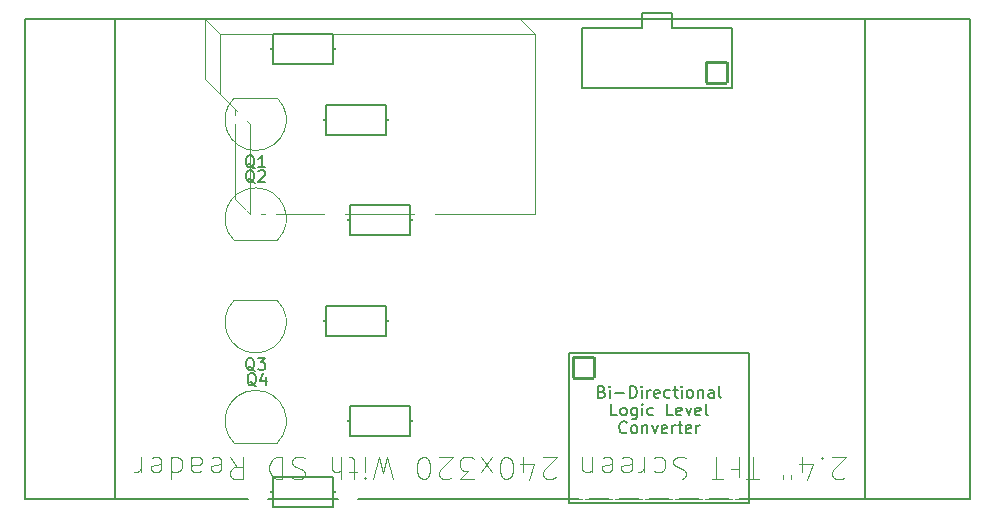
<source format=gbr>
%TF.GenerationSoftware,KiCad,Pcbnew,8.0.3*%
%TF.CreationDate,2024-06-27T19:26:25-06:00*%
%TF.ProjectId,Subsystem SPI Breakout v2,53756273-7973-4746-956d-205350492042,rev?*%
%TF.SameCoordinates,Original*%
%TF.FileFunction,Legend,Top*%
%TF.FilePolarity,Positive*%
%FSLAX46Y46*%
G04 Gerber Fmt 4.6, Leading zero omitted, Abs format (unit mm)*
G04 Created by KiCad (PCBNEW 8.0.3) date 2024-06-27 19:26:25*
%MOMM*%
%LPD*%
G01*
G04 APERTURE LIST*
G04 Aperture macros list*
%AMRoundRect*
0 Rectangle with rounded corners*
0 $1 Rounding radius*
0 $2 $3 $4 $5 $6 $7 $8 $9 X,Y pos of 4 corners*
0 Add a 4 corners polygon primitive as box body*
4,1,4,$2,$3,$4,$5,$6,$7,$8,$9,$2,$3,0*
0 Add four circle primitives for the rounded corners*
1,1,$1+$1,$2,$3*
1,1,$1+$1,$4,$5*
1,1,$1+$1,$6,$7*
1,1,$1+$1,$8,$9*
0 Add four rect primitives between the rounded corners*
20,1,$1+$1,$2,$3,$4,$5,0*
20,1,$1+$1,$4,$5,$6,$7,0*
20,1,$1+$1,$6,$7,$8,$9,0*
20,1,$1+$1,$8,$9,$2,$3,0*%
G04 Aperture macros list end*
%ADD10C,0.100000*%
%ADD11C,0.150000*%
%ADD12C,0.200000*%
%ADD13C,0.127000*%
%ADD14C,0.120000*%
%ADD15C,2.794000*%
%ADD16R,1.524000X1.524000*%
%ADD17C,1.524000*%
%ADD18C,1.982000*%
%ADD19R,1.050000X1.500000*%
%ADD20O,1.050000X1.500000*%
%ADD21RoundRect,0.102000X-0.889000X-0.889000X0.889000X-0.889000X0.889000X0.889000X-0.889000X0.889000X0*%
%ADD22RoundRect,0.102000X0.889000X0.889000X-0.889000X0.889000X-0.889000X-0.889000X0.889000X-0.889000X0*%
G04 APERTURE END LIST*
D10*
X159881353Y-91251907D02*
X159790639Y-91342621D01*
X159790639Y-91342621D02*
X159609211Y-91433335D01*
X159609211Y-91433335D02*
X159155639Y-91433335D01*
X159155639Y-91433335D02*
X158974211Y-91342621D01*
X158974211Y-91342621D02*
X158883496Y-91251907D01*
X158883496Y-91251907D02*
X158792782Y-91070478D01*
X158792782Y-91070478D02*
X158792782Y-90889050D01*
X158792782Y-90889050D02*
X158883496Y-90616907D01*
X158883496Y-90616907D02*
X159972068Y-89528335D01*
X159972068Y-89528335D02*
X158792782Y-89528335D01*
X157976353Y-89709764D02*
X157885639Y-89619050D01*
X157885639Y-89619050D02*
X157976353Y-89528335D01*
X157976353Y-89528335D02*
X158067067Y-89619050D01*
X158067067Y-89619050D02*
X157976353Y-89709764D01*
X157976353Y-89709764D02*
X157976353Y-89528335D01*
X156252782Y-90798335D02*
X156252782Y-89528335D01*
X156706353Y-91524050D02*
X157159924Y-90163335D01*
X157159924Y-90163335D02*
X155980639Y-90163335D01*
X155345638Y-91433335D02*
X155345638Y-91070478D01*
X154619924Y-91433335D02*
X154619924Y-91070478D01*
X152624209Y-91433335D02*
X151535638Y-91433335D01*
X152079923Y-89528335D02*
X152079923Y-91433335D01*
X150265637Y-90526192D02*
X150900637Y-90526192D01*
X150900637Y-89528335D02*
X150900637Y-91433335D01*
X150900637Y-91433335D02*
X149993494Y-91433335D01*
X149539923Y-91433335D02*
X148451352Y-91433335D01*
X148995637Y-89528335D02*
X148995637Y-91433335D01*
X146455636Y-89619050D02*
X146183494Y-89528335D01*
X146183494Y-89528335D02*
X145729922Y-89528335D01*
X145729922Y-89528335D02*
X145548494Y-89619050D01*
X145548494Y-89619050D02*
X145457779Y-89709764D01*
X145457779Y-89709764D02*
X145367065Y-89891192D01*
X145367065Y-89891192D02*
X145367065Y-90072621D01*
X145367065Y-90072621D02*
X145457779Y-90254050D01*
X145457779Y-90254050D02*
X145548494Y-90344764D01*
X145548494Y-90344764D02*
X145729922Y-90435478D01*
X145729922Y-90435478D02*
X146092779Y-90526192D01*
X146092779Y-90526192D02*
X146274208Y-90616907D01*
X146274208Y-90616907D02*
X146364922Y-90707621D01*
X146364922Y-90707621D02*
X146455636Y-90889050D01*
X146455636Y-90889050D02*
X146455636Y-91070478D01*
X146455636Y-91070478D02*
X146364922Y-91251907D01*
X146364922Y-91251907D02*
X146274208Y-91342621D01*
X146274208Y-91342621D02*
X146092779Y-91433335D01*
X146092779Y-91433335D02*
X145639208Y-91433335D01*
X145639208Y-91433335D02*
X145367065Y-91342621D01*
X143734208Y-89619050D02*
X143915636Y-89528335D01*
X143915636Y-89528335D02*
X144278493Y-89528335D01*
X144278493Y-89528335D02*
X144459922Y-89619050D01*
X144459922Y-89619050D02*
X144550636Y-89709764D01*
X144550636Y-89709764D02*
X144641350Y-89891192D01*
X144641350Y-89891192D02*
X144641350Y-90435478D01*
X144641350Y-90435478D02*
X144550636Y-90616907D01*
X144550636Y-90616907D02*
X144459922Y-90707621D01*
X144459922Y-90707621D02*
X144278493Y-90798335D01*
X144278493Y-90798335D02*
X143915636Y-90798335D01*
X143915636Y-90798335D02*
X143734208Y-90707621D01*
X142917779Y-89528335D02*
X142917779Y-90798335D01*
X142917779Y-90435478D02*
X142827065Y-90616907D01*
X142827065Y-90616907D02*
X142736351Y-90707621D01*
X142736351Y-90707621D02*
X142554922Y-90798335D01*
X142554922Y-90798335D02*
X142373493Y-90798335D01*
X141012779Y-89619050D02*
X141194207Y-89528335D01*
X141194207Y-89528335D02*
X141557065Y-89528335D01*
X141557065Y-89528335D02*
X141738493Y-89619050D01*
X141738493Y-89619050D02*
X141829207Y-89800478D01*
X141829207Y-89800478D02*
X141829207Y-90526192D01*
X141829207Y-90526192D02*
X141738493Y-90707621D01*
X141738493Y-90707621D02*
X141557065Y-90798335D01*
X141557065Y-90798335D02*
X141194207Y-90798335D01*
X141194207Y-90798335D02*
X141012779Y-90707621D01*
X141012779Y-90707621D02*
X140922065Y-90526192D01*
X140922065Y-90526192D02*
X140922065Y-90344764D01*
X140922065Y-90344764D02*
X141829207Y-90163335D01*
X139379922Y-89619050D02*
X139561350Y-89528335D01*
X139561350Y-89528335D02*
X139924208Y-89528335D01*
X139924208Y-89528335D02*
X140105636Y-89619050D01*
X140105636Y-89619050D02*
X140196350Y-89800478D01*
X140196350Y-89800478D02*
X140196350Y-90526192D01*
X140196350Y-90526192D02*
X140105636Y-90707621D01*
X140105636Y-90707621D02*
X139924208Y-90798335D01*
X139924208Y-90798335D02*
X139561350Y-90798335D01*
X139561350Y-90798335D02*
X139379922Y-90707621D01*
X139379922Y-90707621D02*
X139289208Y-90526192D01*
X139289208Y-90526192D02*
X139289208Y-90344764D01*
X139289208Y-90344764D02*
X140196350Y-90163335D01*
X138472779Y-90798335D02*
X138472779Y-89528335D01*
X138472779Y-90616907D02*
X138382065Y-90707621D01*
X138382065Y-90707621D02*
X138200636Y-90798335D01*
X138200636Y-90798335D02*
X137928493Y-90798335D01*
X137928493Y-90798335D02*
X137747065Y-90707621D01*
X137747065Y-90707621D02*
X137656351Y-90526192D01*
X137656351Y-90526192D02*
X137656351Y-89528335D01*
X135388493Y-91251907D02*
X135297779Y-91342621D01*
X135297779Y-91342621D02*
X135116351Y-91433335D01*
X135116351Y-91433335D02*
X134662779Y-91433335D01*
X134662779Y-91433335D02*
X134481351Y-91342621D01*
X134481351Y-91342621D02*
X134390636Y-91251907D01*
X134390636Y-91251907D02*
X134299922Y-91070478D01*
X134299922Y-91070478D02*
X134299922Y-90889050D01*
X134299922Y-90889050D02*
X134390636Y-90616907D01*
X134390636Y-90616907D02*
X135479208Y-89528335D01*
X135479208Y-89528335D02*
X134299922Y-89528335D01*
X132667065Y-90798335D02*
X132667065Y-89528335D01*
X133120636Y-91524050D02*
X133574207Y-90163335D01*
X133574207Y-90163335D02*
X132394922Y-90163335D01*
X131306350Y-91433335D02*
X131124921Y-91433335D01*
X131124921Y-91433335D02*
X130943493Y-91342621D01*
X130943493Y-91342621D02*
X130852779Y-91251907D01*
X130852779Y-91251907D02*
X130762064Y-91070478D01*
X130762064Y-91070478D02*
X130671350Y-90707621D01*
X130671350Y-90707621D02*
X130671350Y-90254050D01*
X130671350Y-90254050D02*
X130762064Y-89891192D01*
X130762064Y-89891192D02*
X130852779Y-89709764D01*
X130852779Y-89709764D02*
X130943493Y-89619050D01*
X130943493Y-89619050D02*
X131124921Y-89528335D01*
X131124921Y-89528335D02*
X131306350Y-89528335D01*
X131306350Y-89528335D02*
X131487779Y-89619050D01*
X131487779Y-89619050D02*
X131578493Y-89709764D01*
X131578493Y-89709764D02*
X131669207Y-89891192D01*
X131669207Y-89891192D02*
X131759921Y-90254050D01*
X131759921Y-90254050D02*
X131759921Y-90707621D01*
X131759921Y-90707621D02*
X131669207Y-91070478D01*
X131669207Y-91070478D02*
X131578493Y-91251907D01*
X131578493Y-91251907D02*
X131487779Y-91342621D01*
X131487779Y-91342621D02*
X131306350Y-91433335D01*
X130036350Y-89528335D02*
X129038493Y-90798335D01*
X130036350Y-90798335D02*
X129038493Y-89528335D01*
X128494207Y-91433335D02*
X127314921Y-91433335D01*
X127314921Y-91433335D02*
X127949921Y-90707621D01*
X127949921Y-90707621D02*
X127677778Y-90707621D01*
X127677778Y-90707621D02*
X127496350Y-90616907D01*
X127496350Y-90616907D02*
X127405635Y-90526192D01*
X127405635Y-90526192D02*
X127314921Y-90344764D01*
X127314921Y-90344764D02*
X127314921Y-89891192D01*
X127314921Y-89891192D02*
X127405635Y-89709764D01*
X127405635Y-89709764D02*
X127496350Y-89619050D01*
X127496350Y-89619050D02*
X127677778Y-89528335D01*
X127677778Y-89528335D02*
X128222064Y-89528335D01*
X128222064Y-89528335D02*
X128403492Y-89619050D01*
X128403492Y-89619050D02*
X128494207Y-89709764D01*
X126589206Y-91251907D02*
X126498492Y-91342621D01*
X126498492Y-91342621D02*
X126317064Y-91433335D01*
X126317064Y-91433335D02*
X125863492Y-91433335D01*
X125863492Y-91433335D02*
X125682064Y-91342621D01*
X125682064Y-91342621D02*
X125591349Y-91251907D01*
X125591349Y-91251907D02*
X125500635Y-91070478D01*
X125500635Y-91070478D02*
X125500635Y-90889050D01*
X125500635Y-90889050D02*
X125591349Y-90616907D01*
X125591349Y-90616907D02*
X126679921Y-89528335D01*
X126679921Y-89528335D02*
X125500635Y-89528335D01*
X124321349Y-91433335D02*
X124139920Y-91433335D01*
X124139920Y-91433335D02*
X123958492Y-91342621D01*
X123958492Y-91342621D02*
X123867778Y-91251907D01*
X123867778Y-91251907D02*
X123777063Y-91070478D01*
X123777063Y-91070478D02*
X123686349Y-90707621D01*
X123686349Y-90707621D02*
X123686349Y-90254050D01*
X123686349Y-90254050D02*
X123777063Y-89891192D01*
X123777063Y-89891192D02*
X123867778Y-89709764D01*
X123867778Y-89709764D02*
X123958492Y-89619050D01*
X123958492Y-89619050D02*
X124139920Y-89528335D01*
X124139920Y-89528335D02*
X124321349Y-89528335D01*
X124321349Y-89528335D02*
X124502778Y-89619050D01*
X124502778Y-89619050D02*
X124593492Y-89709764D01*
X124593492Y-89709764D02*
X124684206Y-89891192D01*
X124684206Y-89891192D02*
X124774920Y-90254050D01*
X124774920Y-90254050D02*
X124774920Y-90707621D01*
X124774920Y-90707621D02*
X124684206Y-91070478D01*
X124684206Y-91070478D02*
X124593492Y-91251907D01*
X124593492Y-91251907D02*
X124502778Y-91342621D01*
X124502778Y-91342621D02*
X124321349Y-91433335D01*
X121599920Y-91433335D02*
X121146348Y-89528335D01*
X121146348Y-89528335D02*
X120783491Y-90889050D01*
X120783491Y-90889050D02*
X120420634Y-89528335D01*
X120420634Y-89528335D02*
X119967063Y-91433335D01*
X119241348Y-89528335D02*
X119241348Y-90798335D01*
X119241348Y-91433335D02*
X119332062Y-91342621D01*
X119332062Y-91342621D02*
X119241348Y-91251907D01*
X119241348Y-91251907D02*
X119150634Y-91342621D01*
X119150634Y-91342621D02*
X119241348Y-91433335D01*
X119241348Y-91433335D02*
X119241348Y-91251907D01*
X118606348Y-90798335D02*
X117880634Y-90798335D01*
X118334205Y-91433335D02*
X118334205Y-89800478D01*
X118334205Y-89800478D02*
X118243491Y-89619050D01*
X118243491Y-89619050D02*
X118062062Y-89528335D01*
X118062062Y-89528335D02*
X117880634Y-89528335D01*
X117245634Y-89528335D02*
X117245634Y-91433335D01*
X116429206Y-89528335D02*
X116429206Y-90526192D01*
X116429206Y-90526192D02*
X116519920Y-90707621D01*
X116519920Y-90707621D02*
X116701348Y-90798335D01*
X116701348Y-90798335D02*
X116973491Y-90798335D01*
X116973491Y-90798335D02*
X117154920Y-90707621D01*
X117154920Y-90707621D02*
X117245634Y-90616907D01*
X114161348Y-89619050D02*
X113889206Y-89528335D01*
X113889206Y-89528335D02*
X113435634Y-89528335D01*
X113435634Y-89528335D02*
X113254206Y-89619050D01*
X113254206Y-89619050D02*
X113163491Y-89709764D01*
X113163491Y-89709764D02*
X113072777Y-89891192D01*
X113072777Y-89891192D02*
X113072777Y-90072621D01*
X113072777Y-90072621D02*
X113163491Y-90254050D01*
X113163491Y-90254050D02*
X113254206Y-90344764D01*
X113254206Y-90344764D02*
X113435634Y-90435478D01*
X113435634Y-90435478D02*
X113798491Y-90526192D01*
X113798491Y-90526192D02*
X113979920Y-90616907D01*
X113979920Y-90616907D02*
X114070634Y-90707621D01*
X114070634Y-90707621D02*
X114161348Y-90889050D01*
X114161348Y-90889050D02*
X114161348Y-91070478D01*
X114161348Y-91070478D02*
X114070634Y-91251907D01*
X114070634Y-91251907D02*
X113979920Y-91342621D01*
X113979920Y-91342621D02*
X113798491Y-91433335D01*
X113798491Y-91433335D02*
X113344920Y-91433335D01*
X113344920Y-91433335D02*
X113072777Y-91342621D01*
X112256348Y-89528335D02*
X112256348Y-91433335D01*
X112256348Y-91433335D02*
X111802777Y-91433335D01*
X111802777Y-91433335D02*
X111530634Y-91342621D01*
X111530634Y-91342621D02*
X111349205Y-91161192D01*
X111349205Y-91161192D02*
X111258491Y-90979764D01*
X111258491Y-90979764D02*
X111167777Y-90616907D01*
X111167777Y-90616907D02*
X111167777Y-90344764D01*
X111167777Y-90344764D02*
X111258491Y-89981907D01*
X111258491Y-89981907D02*
X111349205Y-89800478D01*
X111349205Y-89800478D02*
X111530634Y-89619050D01*
X111530634Y-89619050D02*
X111802777Y-89528335D01*
X111802777Y-89528335D02*
X112256348Y-89528335D01*
X107811348Y-89528335D02*
X108446348Y-90435478D01*
X108899919Y-89528335D02*
X108899919Y-91433335D01*
X108899919Y-91433335D02*
X108174205Y-91433335D01*
X108174205Y-91433335D02*
X107992776Y-91342621D01*
X107992776Y-91342621D02*
X107902062Y-91251907D01*
X107902062Y-91251907D02*
X107811348Y-91070478D01*
X107811348Y-91070478D02*
X107811348Y-90798335D01*
X107811348Y-90798335D02*
X107902062Y-90616907D01*
X107902062Y-90616907D02*
X107992776Y-90526192D01*
X107992776Y-90526192D02*
X108174205Y-90435478D01*
X108174205Y-90435478D02*
X108899919Y-90435478D01*
X106269205Y-89619050D02*
X106450633Y-89528335D01*
X106450633Y-89528335D02*
X106813491Y-89528335D01*
X106813491Y-89528335D02*
X106994919Y-89619050D01*
X106994919Y-89619050D02*
X107085633Y-89800478D01*
X107085633Y-89800478D02*
X107085633Y-90526192D01*
X107085633Y-90526192D02*
X106994919Y-90707621D01*
X106994919Y-90707621D02*
X106813491Y-90798335D01*
X106813491Y-90798335D02*
X106450633Y-90798335D01*
X106450633Y-90798335D02*
X106269205Y-90707621D01*
X106269205Y-90707621D02*
X106178491Y-90526192D01*
X106178491Y-90526192D02*
X106178491Y-90344764D01*
X106178491Y-90344764D02*
X107085633Y-90163335D01*
X104545634Y-89528335D02*
X104545634Y-90526192D01*
X104545634Y-90526192D02*
X104636348Y-90707621D01*
X104636348Y-90707621D02*
X104817776Y-90798335D01*
X104817776Y-90798335D02*
X105180634Y-90798335D01*
X105180634Y-90798335D02*
X105362062Y-90707621D01*
X104545634Y-89619050D02*
X104727062Y-89528335D01*
X104727062Y-89528335D02*
X105180634Y-89528335D01*
X105180634Y-89528335D02*
X105362062Y-89619050D01*
X105362062Y-89619050D02*
X105452776Y-89800478D01*
X105452776Y-89800478D02*
X105452776Y-89981907D01*
X105452776Y-89981907D02*
X105362062Y-90163335D01*
X105362062Y-90163335D02*
X105180634Y-90254050D01*
X105180634Y-90254050D02*
X104727062Y-90254050D01*
X104727062Y-90254050D02*
X104545634Y-90344764D01*
X102822063Y-89528335D02*
X102822063Y-91433335D01*
X102822063Y-89619050D02*
X103003491Y-89528335D01*
X103003491Y-89528335D02*
X103366348Y-89528335D01*
X103366348Y-89528335D02*
X103547777Y-89619050D01*
X103547777Y-89619050D02*
X103638491Y-89709764D01*
X103638491Y-89709764D02*
X103729205Y-89891192D01*
X103729205Y-89891192D02*
X103729205Y-90435478D01*
X103729205Y-90435478D02*
X103638491Y-90616907D01*
X103638491Y-90616907D02*
X103547777Y-90707621D01*
X103547777Y-90707621D02*
X103366348Y-90798335D01*
X103366348Y-90798335D02*
X103003491Y-90798335D01*
X103003491Y-90798335D02*
X102822063Y-90707621D01*
X101189206Y-89619050D02*
X101370634Y-89528335D01*
X101370634Y-89528335D02*
X101733492Y-89528335D01*
X101733492Y-89528335D02*
X101914920Y-89619050D01*
X101914920Y-89619050D02*
X102005634Y-89800478D01*
X102005634Y-89800478D02*
X102005634Y-90526192D01*
X102005634Y-90526192D02*
X101914920Y-90707621D01*
X101914920Y-90707621D02*
X101733492Y-90798335D01*
X101733492Y-90798335D02*
X101370634Y-90798335D01*
X101370634Y-90798335D02*
X101189206Y-90707621D01*
X101189206Y-90707621D02*
X101098492Y-90526192D01*
X101098492Y-90526192D02*
X101098492Y-90344764D01*
X101098492Y-90344764D02*
X102005634Y-90163335D01*
X100282063Y-89528335D02*
X100282063Y-90798335D01*
X100282063Y-90435478D02*
X100191349Y-90616907D01*
X100191349Y-90616907D02*
X100100635Y-90707621D01*
X100100635Y-90707621D02*
X99919206Y-90798335D01*
X99919206Y-90798335D02*
X99737777Y-90798335D01*
D11*
X109904761Y-65110057D02*
X109809523Y-65062438D01*
X109809523Y-65062438D02*
X109714285Y-64967200D01*
X109714285Y-64967200D02*
X109571428Y-64824342D01*
X109571428Y-64824342D02*
X109476190Y-64776723D01*
X109476190Y-64776723D02*
X109380952Y-64776723D01*
X109428571Y-65014819D02*
X109333333Y-64967200D01*
X109333333Y-64967200D02*
X109238095Y-64871961D01*
X109238095Y-64871961D02*
X109190476Y-64681485D01*
X109190476Y-64681485D02*
X109190476Y-64348152D01*
X109190476Y-64348152D02*
X109238095Y-64157676D01*
X109238095Y-64157676D02*
X109333333Y-64062438D01*
X109333333Y-64062438D02*
X109428571Y-64014819D01*
X109428571Y-64014819D02*
X109619047Y-64014819D01*
X109619047Y-64014819D02*
X109714285Y-64062438D01*
X109714285Y-64062438D02*
X109809523Y-64157676D01*
X109809523Y-64157676D02*
X109857142Y-64348152D01*
X109857142Y-64348152D02*
X109857142Y-64681485D01*
X109857142Y-64681485D02*
X109809523Y-64871961D01*
X109809523Y-64871961D02*
X109714285Y-64967200D01*
X109714285Y-64967200D02*
X109619047Y-65014819D01*
X109619047Y-65014819D02*
X109428571Y-65014819D01*
X110809523Y-65014819D02*
X110238095Y-65014819D01*
X110523809Y-65014819D02*
X110523809Y-64014819D01*
X110523809Y-64014819D02*
X110428571Y-64157676D01*
X110428571Y-64157676D02*
X110333333Y-64252914D01*
X110333333Y-64252914D02*
X110238095Y-64300533D01*
X139316666Y-84011009D02*
X139459523Y-84058628D01*
X139459523Y-84058628D02*
X139507142Y-84106247D01*
X139507142Y-84106247D02*
X139554761Y-84201485D01*
X139554761Y-84201485D02*
X139554761Y-84344342D01*
X139554761Y-84344342D02*
X139507142Y-84439580D01*
X139507142Y-84439580D02*
X139459523Y-84487200D01*
X139459523Y-84487200D02*
X139364285Y-84534819D01*
X139364285Y-84534819D02*
X138983333Y-84534819D01*
X138983333Y-84534819D02*
X138983333Y-83534819D01*
X138983333Y-83534819D02*
X139316666Y-83534819D01*
X139316666Y-83534819D02*
X139411904Y-83582438D01*
X139411904Y-83582438D02*
X139459523Y-83630057D01*
X139459523Y-83630057D02*
X139507142Y-83725295D01*
X139507142Y-83725295D02*
X139507142Y-83820533D01*
X139507142Y-83820533D02*
X139459523Y-83915771D01*
X139459523Y-83915771D02*
X139411904Y-83963390D01*
X139411904Y-83963390D02*
X139316666Y-84011009D01*
X139316666Y-84011009D02*
X138983333Y-84011009D01*
X139983333Y-84534819D02*
X139983333Y-83868152D01*
X139983333Y-83534819D02*
X139935714Y-83582438D01*
X139935714Y-83582438D02*
X139983333Y-83630057D01*
X139983333Y-83630057D02*
X140030952Y-83582438D01*
X140030952Y-83582438D02*
X139983333Y-83534819D01*
X139983333Y-83534819D02*
X139983333Y-83630057D01*
X140459523Y-84153866D02*
X141221428Y-84153866D01*
X141697618Y-84534819D02*
X141697618Y-83534819D01*
X141697618Y-83534819D02*
X141935713Y-83534819D01*
X141935713Y-83534819D02*
X142078570Y-83582438D01*
X142078570Y-83582438D02*
X142173808Y-83677676D01*
X142173808Y-83677676D02*
X142221427Y-83772914D01*
X142221427Y-83772914D02*
X142269046Y-83963390D01*
X142269046Y-83963390D02*
X142269046Y-84106247D01*
X142269046Y-84106247D02*
X142221427Y-84296723D01*
X142221427Y-84296723D02*
X142173808Y-84391961D01*
X142173808Y-84391961D02*
X142078570Y-84487200D01*
X142078570Y-84487200D02*
X141935713Y-84534819D01*
X141935713Y-84534819D02*
X141697618Y-84534819D01*
X142697618Y-84534819D02*
X142697618Y-83868152D01*
X142697618Y-83534819D02*
X142649999Y-83582438D01*
X142649999Y-83582438D02*
X142697618Y-83630057D01*
X142697618Y-83630057D02*
X142745237Y-83582438D01*
X142745237Y-83582438D02*
X142697618Y-83534819D01*
X142697618Y-83534819D02*
X142697618Y-83630057D01*
X143173808Y-84534819D02*
X143173808Y-83868152D01*
X143173808Y-84058628D02*
X143221427Y-83963390D01*
X143221427Y-83963390D02*
X143269046Y-83915771D01*
X143269046Y-83915771D02*
X143364284Y-83868152D01*
X143364284Y-83868152D02*
X143459522Y-83868152D01*
X144173808Y-84487200D02*
X144078570Y-84534819D01*
X144078570Y-84534819D02*
X143888094Y-84534819D01*
X143888094Y-84534819D02*
X143792856Y-84487200D01*
X143792856Y-84487200D02*
X143745237Y-84391961D01*
X143745237Y-84391961D02*
X143745237Y-84011009D01*
X143745237Y-84011009D02*
X143792856Y-83915771D01*
X143792856Y-83915771D02*
X143888094Y-83868152D01*
X143888094Y-83868152D02*
X144078570Y-83868152D01*
X144078570Y-83868152D02*
X144173808Y-83915771D01*
X144173808Y-83915771D02*
X144221427Y-84011009D01*
X144221427Y-84011009D02*
X144221427Y-84106247D01*
X144221427Y-84106247D02*
X143745237Y-84201485D01*
X145078570Y-84487200D02*
X144983332Y-84534819D01*
X144983332Y-84534819D02*
X144792856Y-84534819D01*
X144792856Y-84534819D02*
X144697618Y-84487200D01*
X144697618Y-84487200D02*
X144649999Y-84439580D01*
X144649999Y-84439580D02*
X144602380Y-84344342D01*
X144602380Y-84344342D02*
X144602380Y-84058628D01*
X144602380Y-84058628D02*
X144649999Y-83963390D01*
X144649999Y-83963390D02*
X144697618Y-83915771D01*
X144697618Y-83915771D02*
X144792856Y-83868152D01*
X144792856Y-83868152D02*
X144983332Y-83868152D01*
X144983332Y-83868152D02*
X145078570Y-83915771D01*
X145364285Y-83868152D02*
X145745237Y-83868152D01*
X145507142Y-83534819D02*
X145507142Y-84391961D01*
X145507142Y-84391961D02*
X145554761Y-84487200D01*
X145554761Y-84487200D02*
X145649999Y-84534819D01*
X145649999Y-84534819D02*
X145745237Y-84534819D01*
X146078571Y-84534819D02*
X146078571Y-83868152D01*
X146078571Y-83534819D02*
X146030952Y-83582438D01*
X146030952Y-83582438D02*
X146078571Y-83630057D01*
X146078571Y-83630057D02*
X146126190Y-83582438D01*
X146126190Y-83582438D02*
X146078571Y-83534819D01*
X146078571Y-83534819D02*
X146078571Y-83630057D01*
X146697618Y-84534819D02*
X146602380Y-84487200D01*
X146602380Y-84487200D02*
X146554761Y-84439580D01*
X146554761Y-84439580D02*
X146507142Y-84344342D01*
X146507142Y-84344342D02*
X146507142Y-84058628D01*
X146507142Y-84058628D02*
X146554761Y-83963390D01*
X146554761Y-83963390D02*
X146602380Y-83915771D01*
X146602380Y-83915771D02*
X146697618Y-83868152D01*
X146697618Y-83868152D02*
X146840475Y-83868152D01*
X146840475Y-83868152D02*
X146935713Y-83915771D01*
X146935713Y-83915771D02*
X146983332Y-83963390D01*
X146983332Y-83963390D02*
X147030951Y-84058628D01*
X147030951Y-84058628D02*
X147030951Y-84344342D01*
X147030951Y-84344342D02*
X146983332Y-84439580D01*
X146983332Y-84439580D02*
X146935713Y-84487200D01*
X146935713Y-84487200D02*
X146840475Y-84534819D01*
X146840475Y-84534819D02*
X146697618Y-84534819D01*
X147459523Y-83868152D02*
X147459523Y-84534819D01*
X147459523Y-83963390D02*
X147507142Y-83915771D01*
X147507142Y-83915771D02*
X147602380Y-83868152D01*
X147602380Y-83868152D02*
X147745237Y-83868152D01*
X147745237Y-83868152D02*
X147840475Y-83915771D01*
X147840475Y-83915771D02*
X147888094Y-84011009D01*
X147888094Y-84011009D02*
X147888094Y-84534819D01*
X148792856Y-84534819D02*
X148792856Y-84011009D01*
X148792856Y-84011009D02*
X148745237Y-83915771D01*
X148745237Y-83915771D02*
X148649999Y-83868152D01*
X148649999Y-83868152D02*
X148459523Y-83868152D01*
X148459523Y-83868152D02*
X148364285Y-83915771D01*
X148792856Y-84487200D02*
X148697618Y-84534819D01*
X148697618Y-84534819D02*
X148459523Y-84534819D01*
X148459523Y-84534819D02*
X148364285Y-84487200D01*
X148364285Y-84487200D02*
X148316666Y-84391961D01*
X148316666Y-84391961D02*
X148316666Y-84296723D01*
X148316666Y-84296723D02*
X148364285Y-84201485D01*
X148364285Y-84201485D02*
X148459523Y-84153866D01*
X148459523Y-84153866D02*
X148697618Y-84153866D01*
X148697618Y-84153866D02*
X148792856Y-84106247D01*
X149411904Y-84534819D02*
X149316666Y-84487200D01*
X149316666Y-84487200D02*
X149269047Y-84391961D01*
X149269047Y-84391961D02*
X149269047Y-83534819D01*
X141411903Y-87439580D02*
X141364284Y-87487200D01*
X141364284Y-87487200D02*
X141221427Y-87534819D01*
X141221427Y-87534819D02*
X141126189Y-87534819D01*
X141126189Y-87534819D02*
X140983332Y-87487200D01*
X140983332Y-87487200D02*
X140888094Y-87391961D01*
X140888094Y-87391961D02*
X140840475Y-87296723D01*
X140840475Y-87296723D02*
X140792856Y-87106247D01*
X140792856Y-87106247D02*
X140792856Y-86963390D01*
X140792856Y-86963390D02*
X140840475Y-86772914D01*
X140840475Y-86772914D02*
X140888094Y-86677676D01*
X140888094Y-86677676D02*
X140983332Y-86582438D01*
X140983332Y-86582438D02*
X141126189Y-86534819D01*
X141126189Y-86534819D02*
X141221427Y-86534819D01*
X141221427Y-86534819D02*
X141364284Y-86582438D01*
X141364284Y-86582438D02*
X141411903Y-86630057D01*
X141983332Y-87534819D02*
X141888094Y-87487200D01*
X141888094Y-87487200D02*
X141840475Y-87439580D01*
X141840475Y-87439580D02*
X141792856Y-87344342D01*
X141792856Y-87344342D02*
X141792856Y-87058628D01*
X141792856Y-87058628D02*
X141840475Y-86963390D01*
X141840475Y-86963390D02*
X141888094Y-86915771D01*
X141888094Y-86915771D02*
X141983332Y-86868152D01*
X141983332Y-86868152D02*
X142126189Y-86868152D01*
X142126189Y-86868152D02*
X142221427Y-86915771D01*
X142221427Y-86915771D02*
X142269046Y-86963390D01*
X142269046Y-86963390D02*
X142316665Y-87058628D01*
X142316665Y-87058628D02*
X142316665Y-87344342D01*
X142316665Y-87344342D02*
X142269046Y-87439580D01*
X142269046Y-87439580D02*
X142221427Y-87487200D01*
X142221427Y-87487200D02*
X142126189Y-87534819D01*
X142126189Y-87534819D02*
X141983332Y-87534819D01*
X142745237Y-86868152D02*
X142745237Y-87534819D01*
X142745237Y-86963390D02*
X142792856Y-86915771D01*
X142792856Y-86915771D02*
X142888094Y-86868152D01*
X142888094Y-86868152D02*
X143030951Y-86868152D01*
X143030951Y-86868152D02*
X143126189Y-86915771D01*
X143126189Y-86915771D02*
X143173808Y-87011009D01*
X143173808Y-87011009D02*
X143173808Y-87534819D01*
X143554761Y-86868152D02*
X143792856Y-87534819D01*
X143792856Y-87534819D02*
X144030951Y-86868152D01*
X144792856Y-87487200D02*
X144697618Y-87534819D01*
X144697618Y-87534819D02*
X144507142Y-87534819D01*
X144507142Y-87534819D02*
X144411904Y-87487200D01*
X144411904Y-87487200D02*
X144364285Y-87391961D01*
X144364285Y-87391961D02*
X144364285Y-87011009D01*
X144364285Y-87011009D02*
X144411904Y-86915771D01*
X144411904Y-86915771D02*
X144507142Y-86868152D01*
X144507142Y-86868152D02*
X144697618Y-86868152D01*
X144697618Y-86868152D02*
X144792856Y-86915771D01*
X144792856Y-86915771D02*
X144840475Y-87011009D01*
X144840475Y-87011009D02*
X144840475Y-87106247D01*
X144840475Y-87106247D02*
X144364285Y-87201485D01*
X145269047Y-87534819D02*
X145269047Y-86868152D01*
X145269047Y-87058628D02*
X145316666Y-86963390D01*
X145316666Y-86963390D02*
X145364285Y-86915771D01*
X145364285Y-86915771D02*
X145459523Y-86868152D01*
X145459523Y-86868152D02*
X145554761Y-86868152D01*
X145745238Y-86868152D02*
X146126190Y-86868152D01*
X145888095Y-86534819D02*
X145888095Y-87391961D01*
X145888095Y-87391961D02*
X145935714Y-87487200D01*
X145935714Y-87487200D02*
X146030952Y-87534819D01*
X146030952Y-87534819D02*
X146126190Y-87534819D01*
X146840476Y-87487200D02*
X146745238Y-87534819D01*
X146745238Y-87534819D02*
X146554762Y-87534819D01*
X146554762Y-87534819D02*
X146459524Y-87487200D01*
X146459524Y-87487200D02*
X146411905Y-87391961D01*
X146411905Y-87391961D02*
X146411905Y-87011009D01*
X146411905Y-87011009D02*
X146459524Y-86915771D01*
X146459524Y-86915771D02*
X146554762Y-86868152D01*
X146554762Y-86868152D02*
X146745238Y-86868152D01*
X146745238Y-86868152D02*
X146840476Y-86915771D01*
X146840476Y-86915771D02*
X146888095Y-87011009D01*
X146888095Y-87011009D02*
X146888095Y-87106247D01*
X146888095Y-87106247D02*
X146411905Y-87201485D01*
X147316667Y-87534819D02*
X147316667Y-86868152D01*
X147316667Y-87058628D02*
X147364286Y-86963390D01*
X147364286Y-86963390D02*
X147411905Y-86915771D01*
X147411905Y-86915771D02*
X147507143Y-86868152D01*
X147507143Y-86868152D02*
X147602381Y-86868152D01*
X140602380Y-86034819D02*
X140126190Y-86034819D01*
X140126190Y-86034819D02*
X140126190Y-85034819D01*
X141078571Y-86034819D02*
X140983333Y-85987200D01*
X140983333Y-85987200D02*
X140935714Y-85939580D01*
X140935714Y-85939580D02*
X140888095Y-85844342D01*
X140888095Y-85844342D02*
X140888095Y-85558628D01*
X140888095Y-85558628D02*
X140935714Y-85463390D01*
X140935714Y-85463390D02*
X140983333Y-85415771D01*
X140983333Y-85415771D02*
X141078571Y-85368152D01*
X141078571Y-85368152D02*
X141221428Y-85368152D01*
X141221428Y-85368152D02*
X141316666Y-85415771D01*
X141316666Y-85415771D02*
X141364285Y-85463390D01*
X141364285Y-85463390D02*
X141411904Y-85558628D01*
X141411904Y-85558628D02*
X141411904Y-85844342D01*
X141411904Y-85844342D02*
X141364285Y-85939580D01*
X141364285Y-85939580D02*
X141316666Y-85987200D01*
X141316666Y-85987200D02*
X141221428Y-86034819D01*
X141221428Y-86034819D02*
X141078571Y-86034819D01*
X142269047Y-85368152D02*
X142269047Y-86177676D01*
X142269047Y-86177676D02*
X142221428Y-86272914D01*
X142221428Y-86272914D02*
X142173809Y-86320533D01*
X142173809Y-86320533D02*
X142078571Y-86368152D01*
X142078571Y-86368152D02*
X141935714Y-86368152D01*
X141935714Y-86368152D02*
X141840476Y-86320533D01*
X142269047Y-85987200D02*
X142173809Y-86034819D01*
X142173809Y-86034819D02*
X141983333Y-86034819D01*
X141983333Y-86034819D02*
X141888095Y-85987200D01*
X141888095Y-85987200D02*
X141840476Y-85939580D01*
X141840476Y-85939580D02*
X141792857Y-85844342D01*
X141792857Y-85844342D02*
X141792857Y-85558628D01*
X141792857Y-85558628D02*
X141840476Y-85463390D01*
X141840476Y-85463390D02*
X141888095Y-85415771D01*
X141888095Y-85415771D02*
X141983333Y-85368152D01*
X141983333Y-85368152D02*
X142173809Y-85368152D01*
X142173809Y-85368152D02*
X142269047Y-85415771D01*
X142745238Y-86034819D02*
X142745238Y-85368152D01*
X142745238Y-85034819D02*
X142697619Y-85082438D01*
X142697619Y-85082438D02*
X142745238Y-85130057D01*
X142745238Y-85130057D02*
X142792857Y-85082438D01*
X142792857Y-85082438D02*
X142745238Y-85034819D01*
X142745238Y-85034819D02*
X142745238Y-85130057D01*
X143649999Y-85987200D02*
X143554761Y-86034819D01*
X143554761Y-86034819D02*
X143364285Y-86034819D01*
X143364285Y-86034819D02*
X143269047Y-85987200D01*
X143269047Y-85987200D02*
X143221428Y-85939580D01*
X143221428Y-85939580D02*
X143173809Y-85844342D01*
X143173809Y-85844342D02*
X143173809Y-85558628D01*
X143173809Y-85558628D02*
X143221428Y-85463390D01*
X143221428Y-85463390D02*
X143269047Y-85415771D01*
X143269047Y-85415771D02*
X143364285Y-85368152D01*
X143364285Y-85368152D02*
X143554761Y-85368152D01*
X143554761Y-85368152D02*
X143649999Y-85415771D01*
X145316666Y-86034819D02*
X144840476Y-86034819D01*
X144840476Y-86034819D02*
X144840476Y-85034819D01*
X146030952Y-85987200D02*
X145935714Y-86034819D01*
X145935714Y-86034819D02*
X145745238Y-86034819D01*
X145745238Y-86034819D02*
X145650000Y-85987200D01*
X145650000Y-85987200D02*
X145602381Y-85891961D01*
X145602381Y-85891961D02*
X145602381Y-85511009D01*
X145602381Y-85511009D02*
X145650000Y-85415771D01*
X145650000Y-85415771D02*
X145745238Y-85368152D01*
X145745238Y-85368152D02*
X145935714Y-85368152D01*
X145935714Y-85368152D02*
X146030952Y-85415771D01*
X146030952Y-85415771D02*
X146078571Y-85511009D01*
X146078571Y-85511009D02*
X146078571Y-85606247D01*
X146078571Y-85606247D02*
X145602381Y-85701485D01*
X146411905Y-85368152D02*
X146650000Y-86034819D01*
X146650000Y-86034819D02*
X146888095Y-85368152D01*
X147650000Y-85987200D02*
X147554762Y-86034819D01*
X147554762Y-86034819D02*
X147364286Y-86034819D01*
X147364286Y-86034819D02*
X147269048Y-85987200D01*
X147269048Y-85987200D02*
X147221429Y-85891961D01*
X147221429Y-85891961D02*
X147221429Y-85511009D01*
X147221429Y-85511009D02*
X147269048Y-85415771D01*
X147269048Y-85415771D02*
X147364286Y-85368152D01*
X147364286Y-85368152D02*
X147554762Y-85368152D01*
X147554762Y-85368152D02*
X147650000Y-85415771D01*
X147650000Y-85415771D02*
X147697619Y-85511009D01*
X147697619Y-85511009D02*
X147697619Y-85606247D01*
X147697619Y-85606247D02*
X147221429Y-85701485D01*
X148269048Y-86034819D02*
X148173810Y-85987200D01*
X148173810Y-85987200D02*
X148126191Y-85891961D01*
X148126191Y-85891961D02*
X148126191Y-85034819D01*
X109904761Y-66350057D02*
X109809523Y-66302438D01*
X109809523Y-66302438D02*
X109714285Y-66207200D01*
X109714285Y-66207200D02*
X109571428Y-66064342D01*
X109571428Y-66064342D02*
X109476190Y-66016723D01*
X109476190Y-66016723D02*
X109380952Y-66016723D01*
X109428571Y-66254819D02*
X109333333Y-66207200D01*
X109333333Y-66207200D02*
X109238095Y-66111961D01*
X109238095Y-66111961D02*
X109190476Y-65921485D01*
X109190476Y-65921485D02*
X109190476Y-65588152D01*
X109190476Y-65588152D02*
X109238095Y-65397676D01*
X109238095Y-65397676D02*
X109333333Y-65302438D01*
X109333333Y-65302438D02*
X109428571Y-65254819D01*
X109428571Y-65254819D02*
X109619047Y-65254819D01*
X109619047Y-65254819D02*
X109714285Y-65302438D01*
X109714285Y-65302438D02*
X109809523Y-65397676D01*
X109809523Y-65397676D02*
X109857142Y-65588152D01*
X109857142Y-65588152D02*
X109857142Y-65921485D01*
X109857142Y-65921485D02*
X109809523Y-66111961D01*
X109809523Y-66111961D02*
X109714285Y-66207200D01*
X109714285Y-66207200D02*
X109619047Y-66254819D01*
X109619047Y-66254819D02*
X109428571Y-66254819D01*
X110238095Y-65350057D02*
X110285714Y-65302438D01*
X110285714Y-65302438D02*
X110380952Y-65254819D01*
X110380952Y-65254819D02*
X110619047Y-65254819D01*
X110619047Y-65254819D02*
X110714285Y-65302438D01*
X110714285Y-65302438D02*
X110761904Y-65350057D01*
X110761904Y-65350057D02*
X110809523Y-65445295D01*
X110809523Y-65445295D02*
X110809523Y-65540533D01*
X110809523Y-65540533D02*
X110761904Y-65683390D01*
X110761904Y-65683390D02*
X110190476Y-66254819D01*
X110190476Y-66254819D02*
X110809523Y-66254819D01*
X110043261Y-83558557D02*
X109948023Y-83510938D01*
X109948023Y-83510938D02*
X109852785Y-83415700D01*
X109852785Y-83415700D02*
X109709928Y-83272842D01*
X109709928Y-83272842D02*
X109614690Y-83225223D01*
X109614690Y-83225223D02*
X109519452Y-83225223D01*
X109567071Y-83463319D02*
X109471833Y-83415700D01*
X109471833Y-83415700D02*
X109376595Y-83320461D01*
X109376595Y-83320461D02*
X109328976Y-83129985D01*
X109328976Y-83129985D02*
X109328976Y-82796652D01*
X109328976Y-82796652D02*
X109376595Y-82606176D01*
X109376595Y-82606176D02*
X109471833Y-82510938D01*
X109471833Y-82510938D02*
X109567071Y-82463319D01*
X109567071Y-82463319D02*
X109757547Y-82463319D01*
X109757547Y-82463319D02*
X109852785Y-82510938D01*
X109852785Y-82510938D02*
X109948023Y-82606176D01*
X109948023Y-82606176D02*
X109995642Y-82796652D01*
X109995642Y-82796652D02*
X109995642Y-83129985D01*
X109995642Y-83129985D02*
X109948023Y-83320461D01*
X109948023Y-83320461D02*
X109852785Y-83415700D01*
X109852785Y-83415700D02*
X109757547Y-83463319D01*
X109757547Y-83463319D02*
X109567071Y-83463319D01*
X110852785Y-82796652D02*
X110852785Y-83463319D01*
X110614690Y-82415700D02*
X110376595Y-83129985D01*
X110376595Y-83129985D02*
X110995642Y-83129985D01*
X109904761Y-82250057D02*
X109809523Y-82202438D01*
X109809523Y-82202438D02*
X109714285Y-82107200D01*
X109714285Y-82107200D02*
X109571428Y-81964342D01*
X109571428Y-81964342D02*
X109476190Y-81916723D01*
X109476190Y-81916723D02*
X109380952Y-81916723D01*
X109428571Y-82154819D02*
X109333333Y-82107200D01*
X109333333Y-82107200D02*
X109238095Y-82011961D01*
X109238095Y-82011961D02*
X109190476Y-81821485D01*
X109190476Y-81821485D02*
X109190476Y-81488152D01*
X109190476Y-81488152D02*
X109238095Y-81297676D01*
X109238095Y-81297676D02*
X109333333Y-81202438D01*
X109333333Y-81202438D02*
X109428571Y-81154819D01*
X109428571Y-81154819D02*
X109619047Y-81154819D01*
X109619047Y-81154819D02*
X109714285Y-81202438D01*
X109714285Y-81202438D02*
X109809523Y-81297676D01*
X109809523Y-81297676D02*
X109857142Y-81488152D01*
X109857142Y-81488152D02*
X109857142Y-81821485D01*
X109857142Y-81821485D02*
X109809523Y-82011961D01*
X109809523Y-82011961D02*
X109714285Y-82107200D01*
X109714285Y-82107200D02*
X109619047Y-82154819D01*
X109619047Y-82154819D02*
X109428571Y-82154819D01*
X110190476Y-81154819D02*
X110809523Y-81154819D01*
X110809523Y-81154819D02*
X110476190Y-81535771D01*
X110476190Y-81535771D02*
X110619047Y-81535771D01*
X110619047Y-81535771D02*
X110714285Y-81583390D01*
X110714285Y-81583390D02*
X110761904Y-81631009D01*
X110761904Y-81631009D02*
X110809523Y-81726247D01*
X110809523Y-81726247D02*
X110809523Y-81964342D01*
X110809523Y-81964342D02*
X110761904Y-82059580D01*
X110761904Y-82059580D02*
X110714285Y-82107200D01*
X110714285Y-82107200D02*
X110619047Y-82154819D01*
X110619047Y-82154819D02*
X110333333Y-82154819D01*
X110333333Y-82154819D02*
X110238095Y-82107200D01*
X110238095Y-82107200D02*
X110190476Y-82059580D01*
D10*
%TO.C,U1*%
X133640000Y-68970000D02*
X133640000Y-53730000D01*
X133640000Y-53730000D02*
X132370000Y-52460000D01*
X109510000Y-68970000D02*
X133640000Y-68970000D01*
X109510000Y-68970000D02*
X109510000Y-61350000D01*
X109510000Y-68970000D02*
X108240000Y-67700000D01*
X109510000Y-61350000D02*
X106970000Y-58810000D01*
X108240000Y-67700000D02*
X108240000Y-60080000D01*
X106970000Y-58810000D02*
X105700000Y-57540000D01*
X106970000Y-53730000D02*
X133640000Y-53730000D01*
X106970000Y-53730000D02*
X106970000Y-58810000D01*
X105700000Y-57540000D02*
X105700000Y-52460000D01*
X105700000Y-52460000D02*
X106970000Y-53730000D01*
D12*
X170470000Y-93100000D02*
X90460000Y-93100000D01*
X90460000Y-52460000D01*
X170470000Y-52460000D01*
X170470000Y-93100000D01*
X161580000Y-93100000D02*
X98080000Y-93100000D01*
X98080000Y-52460000D01*
X161580000Y-52460000D01*
X161580000Y-93100000D01*
D13*
%TO.C,R1*%
X117960000Y-68230000D02*
X117960000Y-69500000D01*
X117960000Y-69500000D02*
X116690000Y-69500000D01*
X117960000Y-69500000D02*
X117960000Y-70770000D01*
X117960000Y-70770000D02*
X123040000Y-70770000D01*
X123040000Y-68230000D02*
X117960000Y-68230000D01*
X123040000Y-69500000D02*
X123040000Y-68230000D01*
X123040000Y-69500000D02*
X124310000Y-69500000D01*
X123040000Y-70770000D02*
X123040000Y-69500000D01*
D14*
%TO.C,Q1*%
X111800000Y-59150000D02*
X108200000Y-59150000D01*
X110000000Y-63600000D02*
G75*
G02*
X108161522Y-59161522I0J2600000D01*
G01*
X111838478Y-59161522D02*
G75*
G02*
X110000000Y-63600001I-1838478J-1838478D01*
G01*
D13*
%TO.C,R2*%
X117960000Y-85230000D02*
X117960000Y-86500000D01*
X117960000Y-86500000D02*
X116690000Y-86500000D01*
X117960000Y-86500000D02*
X117960000Y-87770000D01*
X117960000Y-87770000D02*
X123040000Y-87770000D01*
X123040000Y-85230000D02*
X117960000Y-85230000D01*
X123040000Y-86500000D02*
X123040000Y-85230000D01*
X123040000Y-86500000D02*
X124310000Y-86500000D01*
X123040000Y-87770000D02*
X123040000Y-86500000D01*
%TO.C,R5*%
X111460000Y-91230000D02*
X111460000Y-92500000D01*
X111460000Y-92500000D02*
X110190000Y-92500000D01*
X111460000Y-92500000D02*
X111460000Y-93770000D01*
X111460000Y-93770000D02*
X116540000Y-93770000D01*
X116540000Y-91230000D02*
X111460000Y-91230000D01*
X116540000Y-92500000D02*
X116540000Y-91230000D01*
X116540000Y-92500000D02*
X117810000Y-92500000D01*
X116540000Y-93770000D02*
X116540000Y-92500000D01*
%TO.C,LogicConverter1*%
X136530000Y-80730000D02*
X136530000Y-93430000D01*
X136530000Y-93430000D02*
X151770000Y-93430000D01*
X151770000Y-80730000D02*
X136530000Y-80730000D01*
X151770000Y-93430000D02*
X151770000Y-80730000D01*
%TO.C,R6*%
X111460000Y-53730000D02*
X111460000Y-55000000D01*
X111460000Y-55000000D02*
X110190000Y-55000000D01*
X111460000Y-55000000D02*
X111460000Y-56270000D01*
X111460000Y-56270000D02*
X116540000Y-56270000D01*
X116540000Y-53730000D02*
X111460000Y-53730000D01*
X116540000Y-55000000D02*
X116540000Y-53730000D01*
X116540000Y-55000000D02*
X117810000Y-55000000D01*
X116540000Y-56270000D02*
X116540000Y-55000000D01*
D14*
%TO.C,Q2*%
X108200000Y-71210000D02*
X111800000Y-71210000D01*
X108161522Y-71198478D02*
G75*
G02*
X110000000Y-66759999I1838478J1838478D01*
G01*
X110000000Y-66760000D02*
G75*
G02*
X111838478Y-71198478I0J-2600000D01*
G01*
D13*
%TO.C,R4*%
X115960000Y-59730000D02*
X115960000Y-61000000D01*
X115960000Y-61000000D02*
X114690000Y-61000000D01*
X115960000Y-61000000D02*
X115960000Y-62270000D01*
X115960000Y-62270000D02*
X121040000Y-62270000D01*
X121040000Y-59730000D02*
X115960000Y-59730000D01*
X121040000Y-61000000D02*
X121040000Y-59730000D01*
X121040000Y-61000000D02*
X122310000Y-61000000D01*
X121040000Y-62270000D02*
X121040000Y-61000000D01*
%TO.C,1*%
X137650000Y-53190000D02*
X137650000Y-58270000D01*
X137650000Y-58270000D02*
X150350000Y-58270000D01*
X142730000Y-51920000D02*
X142730000Y-53190000D01*
X142730000Y-53190000D02*
X137650000Y-53190000D01*
X145270000Y-51920000D02*
X142730000Y-51920000D01*
X145270000Y-53190000D02*
X145270000Y-51920000D01*
X150350000Y-53190000D02*
X145270000Y-53190000D01*
X150350000Y-58270000D02*
X150350000Y-53190000D01*
D14*
%TO.C,Q4*%
X108200000Y-88350000D02*
X111800000Y-88350000D01*
X108161522Y-88338478D02*
G75*
G02*
X110000000Y-83899999I1838478J1838478D01*
G01*
X110000000Y-83900000D02*
G75*
G02*
X111838478Y-88338478I0J-2600000D01*
G01*
D13*
%TO.C,R3*%
X115960000Y-76730000D02*
X115960000Y-78000000D01*
X115960000Y-78000000D02*
X114690000Y-78000000D01*
X115960000Y-78000000D02*
X115960000Y-79270000D01*
X115960000Y-79270000D02*
X121040000Y-79270000D01*
X121040000Y-76730000D02*
X115960000Y-76730000D01*
X121040000Y-78000000D02*
X121040000Y-76730000D01*
X121040000Y-78000000D02*
X122310000Y-78000000D01*
X121040000Y-79270000D02*
X121040000Y-78000000D01*
D14*
%TO.C,Q3*%
X111800000Y-76290000D02*
X108200000Y-76290000D01*
X110000000Y-80740000D02*
G75*
G02*
X108161522Y-76301522I0J2600000D01*
G01*
X111838478Y-76301522D02*
G75*
G02*
X110000000Y-80740001I-1838478J-1838478D01*
G01*
%TD*%
%LPC*%
D15*
%TO.C,U1*%
X165390000Y-55000000D03*
X164120000Y-90560000D03*
X93000000Y-90560000D03*
X93000000Y-55000000D03*
D16*
X169200000Y-56270000D03*
D17*
X169200000Y-58810000D03*
X169200000Y-61350000D03*
X169200000Y-63890000D03*
X169200000Y-66430000D03*
X169200000Y-68970000D03*
X169200000Y-71510000D03*
X169200000Y-74050000D03*
X169200000Y-76590000D03*
X169200000Y-79130000D03*
X169200000Y-81670000D03*
X169200000Y-84210000D03*
X169200000Y-86750000D03*
X169200000Y-89290000D03*
D16*
X93000000Y-68970000D03*
D17*
X93000000Y-71510000D03*
X93000000Y-74050000D03*
X93000000Y-76590000D03*
%TD*%
D18*
%TO.C,R1*%
X116690000Y-69500000D03*
X124310000Y-69500000D03*
%TD*%
D19*
%TO.C,Q1*%
X111270000Y-61000000D03*
D20*
X110000000Y-61000000D03*
X108730000Y-61000000D03*
%TD*%
D18*
%TO.C,R2*%
X116690000Y-86500000D03*
X124310000Y-86500000D03*
%TD*%
%TO.C,R5*%
X110190000Y-92500000D03*
X117810000Y-92500000D03*
%TD*%
%TO.C,LogicConverter1*%
X145420000Y-82000000D03*
X145420000Y-92160000D03*
X142880000Y-82000000D03*
D21*
X137800000Y-82000000D03*
D18*
X140340000Y-82000000D03*
X147960000Y-82000000D03*
X150500000Y-82000000D03*
X142880000Y-92160000D03*
X137800000Y-92160000D03*
X140340000Y-92160000D03*
X147960000Y-92160000D03*
X150500000Y-92160000D03*
%TD*%
%TO.C,R6*%
X110190000Y-55000000D03*
X117810000Y-55000000D03*
%TD*%
D19*
%TO.C,Q2*%
X108730000Y-69360000D03*
D20*
X110000000Y-69360000D03*
X111270000Y-69360000D03*
%TD*%
D18*
%TO.C,R4*%
X114690000Y-61000000D03*
X122310000Y-61000000D03*
%TD*%
D22*
%TO.C,1*%
X149080000Y-57000000D03*
D18*
X146540000Y-57000000D03*
X144000000Y-57000000D03*
X138920000Y-54460000D03*
X138920000Y-57000000D03*
X141460000Y-57000000D03*
X141460000Y-54460000D03*
X149080000Y-54460000D03*
X144000000Y-54460000D03*
X146540000Y-54460000D03*
%TD*%
D19*
%TO.C,Q4*%
X108730000Y-86500000D03*
D20*
X110000000Y-86500000D03*
X111270000Y-86500000D03*
%TD*%
D18*
%TO.C,R3*%
X114690000Y-78000000D03*
X122310000Y-78000000D03*
%TD*%
D19*
%TO.C,Q3*%
X111270000Y-78140000D03*
D20*
X110000000Y-78140000D03*
X108730000Y-78140000D03*
%TD*%
%LPD*%
M02*

</source>
